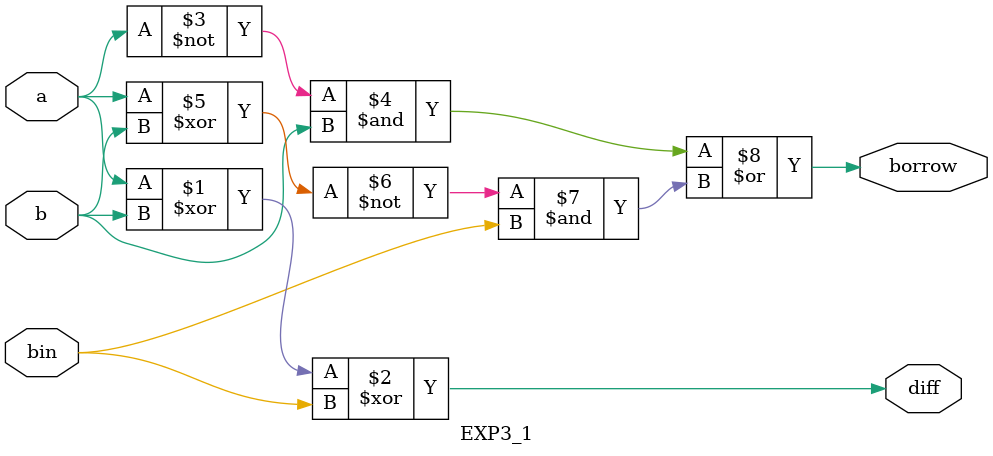
<source format=v>
module EXP3_1(
    input  wire a, b, bin,       // Inputs
    output wire diff, borrow     // Outputs
);

    // Logic equations
    assign diff   = a ^ b ^ bin;                  // Difference
    assign borrow = (~a & b) | (~(a ^ b) & bin);  // Borrow logic

endmodule


</source>
